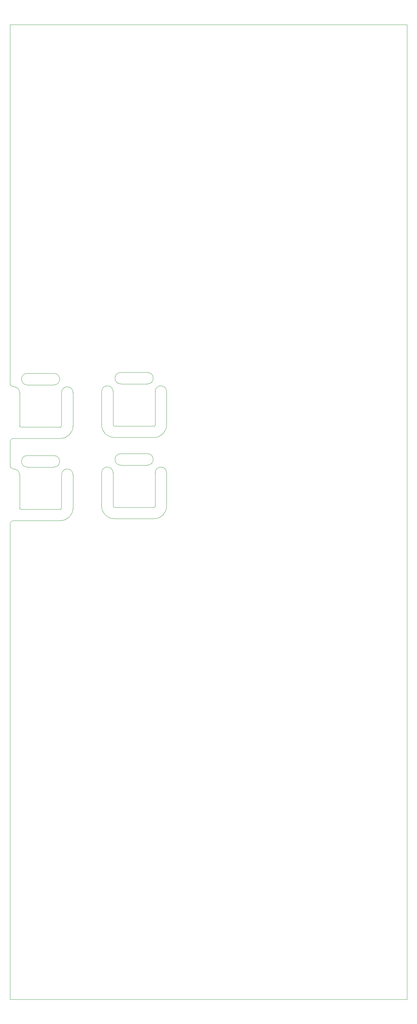
<source format=gbr>
G04 #@! TF.GenerationSoftware,KiCad,Pcbnew,(5.1.4)-1*
G04 #@! TF.CreationDate,2020-04-19T20:13:49-04:00*
G04 #@! TF.ProjectId,RPi_cape,5250695f-6361-4706-952e-6b696361645f,1.7*
G04 #@! TF.SameCoordinates,Original*
G04 #@! TF.FileFunction,Profile,NP*
%FSLAX45Y45*%
G04 Gerber Fmt 4.5, Leading zero omitted, Abs format (unit mm)*
G04 Created by KiCad (PCBNEW (5.1.4)-1) date 2020-04-19 20:13:49*
%MOMM*%
%LPD*%
G04 APERTURE LIST*
%ADD10C,0.050000*%
G04 APERTURE END LIST*
D10*
X5250000Y-13325000D02*
G75*
G03X5575000Y-13650000I325000J0D01*
G01*
X6650000Y-13325000D02*
X6650000Y-12450000D01*
X6625000Y-13650000D02*
X5575000Y-13650000D01*
X5550000Y-12450000D02*
X5550000Y-13325000D01*
X5250000Y-12450000D02*
G75*
G02X5550000Y-12450000I150000J0D01*
G01*
X5250000Y-12450000D02*
X5250000Y-13325000D01*
X6950000Y-13325000D02*
G75*
G02X6625000Y-13650000I-325000J0D01*
G01*
X6650000Y-13325000D02*
G75*
G02X6625000Y-13350000I-25000J0D01*
G01*
X6950000Y-12450000D02*
X6950000Y-13325000D01*
X5575000Y-13350000D02*
X6625000Y-13350000D01*
X5575000Y-13350000D02*
G75*
G02X5550000Y-13325000I0J25000D01*
G01*
X6650000Y-12450000D02*
G75*
G02X6950000Y-12450000I150000J0D01*
G01*
X5250000Y-15450000D02*
G75*
G03X5575000Y-15775000I325000J0D01*
G01*
X5250000Y-14575000D02*
X5250000Y-15450000D01*
X5250000Y-14575000D02*
G75*
G02X5550000Y-14575000I150000J0D01*
G01*
X6625000Y-15775000D02*
X5575000Y-15775000D01*
X6650000Y-14575000D02*
G75*
G02X6950000Y-14575000I150000J0D01*
G01*
X6950000Y-15450000D02*
G75*
G02X6625000Y-15775000I-325000J0D01*
G01*
X6650000Y-15450000D02*
G75*
G02X6625000Y-15475000I-25000J0D01*
G01*
X6950000Y-14575000D02*
X6950000Y-15450000D01*
X6650000Y-15450000D02*
X6650000Y-14575000D01*
X5575000Y-15475000D02*
X6625000Y-15475000D01*
X5550000Y-14575000D02*
X5550000Y-15450000D01*
X5575000Y-15475000D02*
G75*
G02X5550000Y-15450000I0J25000D01*
G01*
X6450000Y-14075000D02*
G75*
G02X6450000Y-14375000I0J-150000D01*
G01*
X5750000Y-14075000D02*
X6450000Y-14075000D01*
X5750000Y-14375000D02*
G75*
G02X5750000Y-14075000I0J150000D01*
G01*
X5750000Y-14375000D02*
X6450000Y-14375000D01*
X2850000Y-13775000D02*
X2850000Y-14375000D01*
X3300000Y-12275000D02*
X4000000Y-12275000D01*
X4000000Y-11975000D02*
G75*
G02X4000000Y-12275000I0J-150000D01*
G01*
X3300000Y-11975000D02*
X4000000Y-11975000D01*
X3300000Y-12275000D02*
G75*
G02X3300000Y-11975000I0J150000D01*
G01*
X2850000Y-12225000D02*
G75*
G03X2950000Y-12325000I100000J0D01*
G01*
X2950000Y-12325000D02*
G75*
G02X3100000Y-12475000I0J-150000D01*
G01*
X2850000Y-13775000D02*
G75*
G02X2950000Y-13675000I100000J0D01*
G01*
X4175000Y-13675000D02*
X2950000Y-13675000D01*
X4200000Y-12475000D02*
G75*
G02X4500000Y-12475000I150000J0D01*
G01*
X4500000Y-13350000D02*
G75*
G02X4175000Y-13675000I-325000J0D01*
G01*
X4200000Y-13350000D02*
G75*
G02X4175000Y-13375000I-25000J0D01*
G01*
X4500000Y-12475000D02*
X4500000Y-13350000D01*
X4200000Y-13350000D02*
X4200000Y-12475000D01*
X3125000Y-13375000D02*
X4175000Y-13375000D01*
X3100000Y-12475000D02*
X3100000Y-13350000D01*
X3125000Y-13375000D02*
G75*
G02X3100000Y-13350000I0J25000D01*
G01*
X6450000Y-11950000D02*
G75*
G02X6450000Y-12250000I0J-150000D01*
G01*
X5750000Y-11950000D02*
X6450000Y-11950000D01*
X5750000Y-12250000D02*
G75*
G02X5750000Y-11950000I0J150000D01*
G01*
X5750000Y-12250000D02*
X6450000Y-12250000D01*
X3300000Y-14425000D02*
G75*
G02X3300000Y-14125000I0J150000D01*
G01*
X4000000Y-14125000D02*
G75*
G02X4000000Y-14425000I0J-150000D01*
G01*
X3300000Y-14425000D02*
X4000000Y-14425000D01*
X3300000Y-14125000D02*
X4000000Y-14125000D01*
X3125000Y-15525000D02*
G75*
G02X3100000Y-15500000I0J25000D01*
G01*
X2850000Y-15925000D02*
X2850000Y-28350000D01*
X4200000Y-14625000D02*
G75*
G02X4500000Y-14625000I150000J0D01*
G01*
X4500000Y-15500000D02*
G75*
G02X4175000Y-15825000I-325000J0D01*
G01*
X4200000Y-15500000D02*
G75*
G02X4175000Y-15525000I-25000J0D01*
G01*
X2850000Y-15925000D02*
G75*
G02X2950000Y-15825000I100000J0D01*
G01*
X4175000Y-15825000D02*
X2950000Y-15825000D01*
X4500000Y-14625000D02*
X4500000Y-15500000D01*
X4200000Y-15500000D02*
X4200000Y-14625000D01*
X3125000Y-15525000D02*
X4175000Y-15525000D01*
X3100000Y-14625000D02*
X3100000Y-15500000D01*
X2850000Y-14375000D02*
G75*
G03X2950000Y-14475000I100000J0D01*
G01*
X2950000Y-14475000D02*
G75*
G02X3100000Y-14625000I0J-150000D01*
G01*
X13250000Y-28350000D02*
X13250000Y-2850000D01*
X2850000Y-2850000D02*
X2850000Y-12225000D01*
X2850000Y-2850000D02*
X13250000Y-2850000D01*
X2850000Y-28350000D02*
X13250000Y-28350000D01*
M02*

</source>
